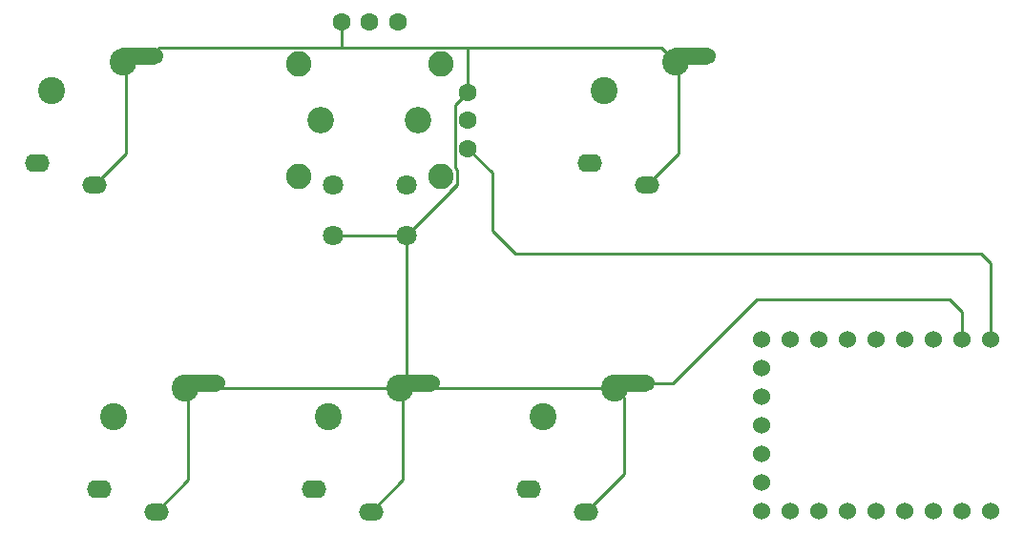
<source format=gbr>
%TF.GenerationSoftware,KiCad,Pcbnew,7.0.8*%
%TF.CreationDate,2024-01-07T19:03:19+09:00*%
%TF.ProjectId,coolpad29,636f6f6c-7061-4643-9239-2e6b69636164,rev?*%
%TF.SameCoordinates,Original*%
%TF.FileFunction,Copper,L2,Bot*%
%TF.FilePolarity,Positive*%
%FSLAX46Y46*%
G04 Gerber Fmt 4.6, Leading zero omitted, Abs format (unit mm)*
G04 Created by KiCad (PCBNEW 7.0.8) date 2024-01-07 19:03:19*
%MOMM*%
%LPD*%
G01*
G04 APERTURE LIST*
G04 Aperture macros list*
%AMHorizOval*
0 Thick line with rounded ends*
0 $1 width*
0 $2 $3 position (X,Y) of the first rounded end (center of the circle)*
0 $4 $5 position (X,Y) of the second rounded end (center of the circle)*
0 Add line between two ends*
20,1,$1,$2,$3,$4,$5,0*
0 Add two circle primitives to create the rounded ends*
1,1,$1,$2,$3*
1,1,$1,$4,$5*%
G04 Aperture macros list end*
%TA.AperFunction,ComponentPad*%
%ADD10C,2.250000*%
%TD*%
%TA.AperFunction,ComponentPad*%
%ADD11C,2.350000*%
%TD*%
%TA.AperFunction,ComponentPad*%
%ADD12C,1.600000*%
%TD*%
%TA.AperFunction,ComponentPad*%
%ADD13C,1.800000*%
%TD*%
%TA.AperFunction,ComponentPad*%
%ADD14O,2.200000X1.600000*%
%TD*%
%TA.AperFunction,ComponentPad*%
%ADD15C,2.400000*%
%TD*%
%TA.AperFunction,ComponentPad*%
%ADD16O,2.200000X1.500000*%
%TD*%
%TA.AperFunction,ComponentPad*%
%ADD17HorizOval,1.500000X1.449945X0.012653X-1.449945X-0.012653X0*%
%TD*%
%TA.AperFunction,ComponentPad*%
%ADD18C,1.524000*%
%TD*%
%TA.AperFunction,Conductor*%
%ADD19C,0.250000*%
%TD*%
G04 APERTURE END LIST*
D10*
%TO.P,J1,*%
%TO.N,*%
X1275000Y-10470000D03*
X1275000Y-20470000D03*
D11*
X3300000Y-15470000D03*
X11900000Y-15470000D03*
D10*
X13925000Y-10470000D03*
X13925000Y-20470000D03*
D12*
%TO.P,J1,1,Pin_1*%
%TO.N,VCC*%
X10100000Y-6740000D03*
%TO.P,J1,5,Pin_5*%
%TO.N,GND*%
X16330000Y-12970000D03*
%TO.P,J1,2,Pin_2*%
%TO.N,joy_x*%
X7600000Y-6740000D03*
%TO.P,J1,3,Pin_3*%
%TO.N,joy_y*%
X16330000Y-15470000D03*
D13*
%TO.P,J1,4,Pin_4*%
%TO.N,sw6*%
X4350000Y-21220000D03*
%TO.P,J1,5,Pin_5*%
%TO.N,GND*%
X4350000Y-25720000D03*
D12*
X5100000Y-6740000D03*
D13*
%TO.P,J1,4,Pin_4*%
%TO.N,sw6*%
X10850000Y-21220000D03*
%TO.P,J1,5,Pin_5*%
%TO.N,GND*%
X10850000Y-25720000D03*
D12*
%TO.P,J1,1,Pin_1*%
%TO.N,VCC*%
X16330000Y-17970000D03*
%TD*%
D14*
%TO.P,SW2,1,1*%
%TO.N,sw2*%
X2650000Y-48240000D03*
D15*
X3940000Y-41800000D03*
D16*
%TO.P,SW2,2,2*%
%TO.N,GND*%
X7750000Y-50240000D03*
D15*
X10290000Y-39260000D03*
D17*
X11650042Y-38799599D03*
%TD*%
D14*
%TO.P,SW1,1,1*%
%TO.N,sw1*%
X-16400000Y-48240000D03*
D15*
X-15110000Y-41800000D03*
D16*
%TO.P,SW1,2,2*%
%TO.N,GND*%
X-11300000Y-50240000D03*
D15*
X-8760000Y-39260000D03*
D17*
X-7399958Y-38799599D03*
%TD*%
D14*
%TO.P,SW5,1,1*%
%TO.N,sw5*%
X27120000Y-19240000D03*
D15*
X28410000Y-12800000D03*
D16*
%TO.P,SW5,2,2*%
%TO.N,GND*%
X32220000Y-21240000D03*
D15*
X34760000Y-10260000D03*
D17*
X36120042Y-9799599D03*
%TD*%
D14*
%TO.P,SW3,1,1*%
%TO.N,sw3*%
X21700000Y-48240000D03*
D15*
X22990000Y-41800000D03*
D16*
%TO.P,SW3,2,2*%
%TO.N,GND*%
X26800000Y-50240000D03*
D15*
X29340000Y-39260000D03*
D17*
X30700042Y-38799599D03*
%TD*%
D14*
%TO.P,SW4,1,1*%
%TO.N,sw4*%
X-21920000Y-19240000D03*
D15*
X-20630000Y-12800000D03*
D16*
%TO.P,SW4,2,2*%
%TO.N,GND*%
X-16820000Y-21240000D03*
D15*
X-14280000Y-10260000D03*
D17*
X-12919958Y-9799599D03*
%TD*%
D18*
%TO.P,U2,0,GP0*%
%TO.N,unconnected-(U2-GP0-Pad0)*%
X62730000Y-50140000D03*
%TO.P,U2,1,GP1*%
%TO.N,unconnected-(U2-GP1-Pad1)*%
X60190000Y-50140000D03*
%TO.P,U2,2,GP2*%
%TO.N,unconnected-(U2-GP2-Pad2)*%
X57650000Y-50140000D03*
%TO.P,U2,3,GP3*%
%TO.N,unconnected-(U2-GP3-Pad3)*%
X55110000Y-50140000D03*
%TO.P,U2,4,GP4*%
%TO.N,unconnected-(U2-GP4-Pad4)*%
X52570000Y-50140000D03*
%TO.P,U2,5,GP5*%
%TO.N,unconnected-(U2-GP5-Pad5)*%
X50030000Y-50140000D03*
%TO.P,U2,6,GP6*%
%TO.N,unconnected-(U2-GP6-Pad6)*%
X47490000Y-50140000D03*
%TO.P,U2,7,GP7*%
%TO.N,unconnected-(U2-GP7-Pad7)*%
X44950000Y-50140000D03*
%TO.P,U2,8,GP8*%
%TO.N,unconnected-(U2-GP8-Pad8)*%
X42410000Y-50140000D03*
%TO.P,U2,9,GP9*%
%TO.N,unconnected-(U2-GP9-Pad9)*%
X42410000Y-47600000D03*
%TO.P,U2,10,GP10*%
%TO.N,unconnected-(U2-GP10-Pad10)*%
X42410000Y-45060000D03*
%TO.P,U2,11,GP11*%
%TO.N,sw3*%
X42410000Y-42520000D03*
%TO.P,U2,12,GP12*%
%TO.N,sw2*%
X42410000Y-39980000D03*
%TO.P,U2,13,GP13*%
%TO.N,sw1*%
X42410000Y-37440000D03*
%TO.P,U2,14,GP14*%
%TO.N,sw4*%
X42410000Y-34900000D03*
%TO.P,U2,15,GP15*%
%TO.N,sw6*%
X44950000Y-34900000D03*
%TO.P,U2,26,GP26*%
%TO.N,joy_y*%
X47490000Y-34900000D03*
%TO.P,U2,27,GP27*%
%TO.N,joy_x*%
X50030000Y-34900000D03*
%TO.P,U2,28,GP28*%
%TO.N,sw5*%
X52570000Y-34900000D03*
%TO.P,U2,29,GP29*%
%TO.N,unconnected-(U2-GP29-Pad29)*%
X55110000Y-34900000D03*
%TO.P,U2,30,3V3*%
%TO.N,unconnected-(U2-3V3-Pad30)*%
X57650000Y-34900000D03*
%TO.P,U2,31,GND*%
%TO.N,GND*%
X60190000Y-34900000D03*
%TO.P,U2,32,5V*%
%TO.N,VCC*%
X62730000Y-34900000D03*
%TD*%
D19*
%TO.N,GND*%
X59060000Y-31350000D02*
X41980000Y-31350000D01*
X60190000Y-34900000D02*
X60190000Y-32480000D01*
X60190000Y-32480000D02*
X59060000Y-31350000D01*
X41980000Y-31350000D02*
X34540000Y-38790000D01*
X34540000Y-38790000D02*
X31800000Y-38790000D01*
X16330000Y-12970000D02*
X16330000Y-9114799D01*
X16330000Y-9114799D02*
X16420000Y-9024799D01*
X10850000Y-25720000D02*
X15375000Y-21195000D01*
X15375000Y-21195000D02*
X15375000Y-19871087D01*
X16330000Y-12970000D02*
X15205000Y-14095000D01*
X15205000Y-14095000D02*
X15205000Y-19701087D01*
X15375000Y-19871087D02*
X15375000Y-21095000D01*
X15205000Y-19701087D02*
X15375000Y-19871087D01*
X15375000Y-21095000D02*
X14655000Y-21815000D01*
%TO.N,VCC*%
X18490000Y-25240000D02*
X20520000Y-27270000D01*
X20520000Y-27270000D02*
X61880000Y-27270000D01*
X61880000Y-27270000D02*
X62730000Y-28120000D01*
X18490000Y-20130000D02*
X18490000Y-25240000D01*
X16330000Y-17970000D02*
X18490000Y-20130000D01*
X62730000Y-28120000D02*
X62730000Y-34900000D01*
%TO.N,GND*%
X10750000Y-25720000D02*
X4350000Y-25720000D01*
X-5830000Y-39260000D02*
X-6300000Y-38790000D01*
X7750000Y-50240000D02*
X10575000Y-47415000D01*
X35045000Y-10545000D02*
X34760000Y-10260000D01*
X30185811Y-40105811D02*
X30185811Y-46854189D01*
X-16820000Y-21240000D02*
X-13995000Y-18415000D01*
X-6770000Y-39260000D02*
X-6300000Y-38790000D01*
X10575000Y-39545000D02*
X10290000Y-39260000D01*
X35045000Y-18415000D02*
X35045000Y-10545000D01*
X12280000Y-39260000D02*
X10290000Y-39260000D01*
X29340000Y-39260000D02*
X30185811Y-40105811D01*
X-11300000Y-50240000D02*
X-8475000Y-47415000D01*
X-8475000Y-39545000D02*
X-8760000Y-39260000D01*
X-12290000Y-10260000D02*
X-11820000Y-9790000D01*
X31330000Y-39260000D02*
X29340000Y-39260000D01*
X32220000Y-21240000D02*
X35045000Y-18415000D01*
X30185811Y-46854189D02*
X26800000Y-50240000D01*
X5100000Y-6740000D02*
X5100000Y-9024799D01*
X12750000Y-38790000D02*
X12280000Y-39260000D01*
X10850000Y-38700000D02*
X10290000Y-39260000D01*
X-11054799Y-9024799D02*
X-11820000Y-9790000D01*
X36750000Y-10260000D02*
X37220000Y-9790000D01*
X5100000Y-9024799D02*
X-11054799Y-9024799D01*
X-8760000Y-39260000D02*
X-6770000Y-39260000D01*
X-13995000Y-10545000D02*
X-14280000Y-10260000D01*
X34760000Y-10260000D02*
X33524799Y-9024799D01*
X10575000Y-47415000D02*
X10575000Y-39545000D01*
X33524799Y-9024799D02*
X16420000Y-9024799D01*
X10290000Y-39260000D02*
X-5830000Y-39260000D01*
X10290000Y-39260000D02*
X29340000Y-39260000D01*
X10850000Y-25720000D02*
X10850000Y-38700000D01*
X-8475000Y-47415000D02*
X-8475000Y-39545000D01*
X-13995000Y-18415000D02*
X-13995000Y-10545000D01*
X16420000Y-9024799D02*
X5100000Y-9024799D01*
X34760000Y-10260000D02*
X36750000Y-10260000D01*
X-14280000Y-10260000D02*
X-12290000Y-10260000D01*
X31800000Y-38790000D02*
X31330000Y-39260000D01*
%TD*%
M02*

</source>
